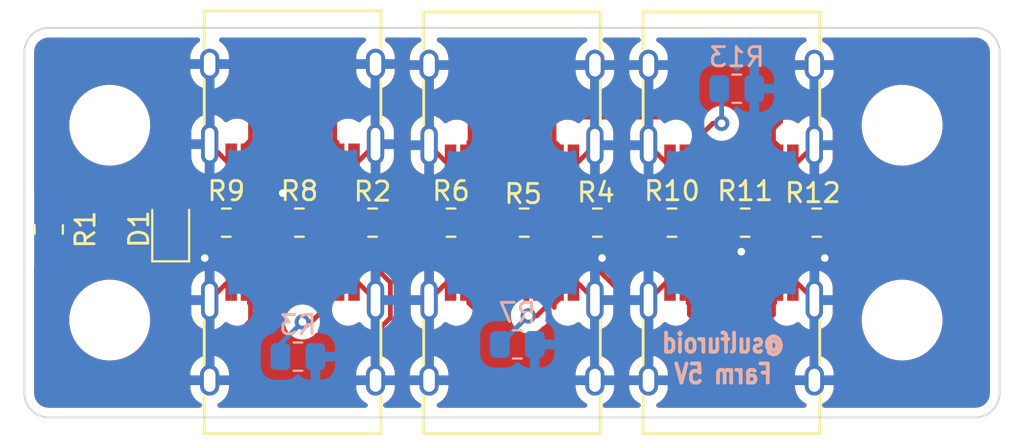
<source format=kicad_pcb>
(kicad_pcb (version 20211014) (generator pcbnew)
  (layers (0 "F.Cu" signal) (31 "B.Cu" signal) (34 "B.Paste" user) (35 "F.Paste" user) (36 "B.SilkS" user "B.Silkscreen") (37 "F.SilkS" user "F.Silkscreen") (38 "B.Mask" user) (39 "F.Mask" user) (44 "Edge.Cuts" user))
  (net 0 "")
  (net 1 "GND")
  (net 2 "+5V")
  (net 27 "Net-(D1-Pad2)")
  (net 28 "Net-(P1-PadA5)")
  (net 29 "Net-(P1-PadB5)")
  (net 30 "Net-(P5-PadA5)")
  (net 31 "Net-(P5-PadB5)")
  (net 32 "Net-(P2-PadA5)")
  (net 33 "Net-(P2-PadB5)")
  (net 34 "Net-(P6-PadA5)")
  (net 35 "Net-(P6-PadB5)")
  (net 36 "Net-(P3-PadA5)")
  (net 37 "Net-(P3-PadB5)")
  (net 38 "Net-(P4-PadA5)")
  (net 39 "Net-(P4-PadB5)")
  (footprint "Resistor_SMD:R_0805_2012Metric" (layer "F.Cu") (at 112.475 90.17)
    (fp_text reference "R11" (at 0 -1.65) (layer "F.SilkS"))
    (fp_text value "5.1k")
    (fp_line (start -0.227064 0.735) (end 0.227064 0.735) (layer "F.SilkS") (width 0.12))
    (fp_line (start -0.227064 -0.735) (end 0.227064 -0.735) (layer "F.SilkS") (width 0.12))
    (pad "1" smd roundrect (at -0.9125 0) (size 1.025 1.4) (layers "F.Cu" "F.Paste" "F.Mask") (roundrect_rratio 0.243902439) (net 1 "GND"))
    (pad "2" smd roundrect (at 0.9125 0) (size 1.025 1.4) (layers "F.Cu" "F.Paste" "F.Mask") (roundrect_rratio 0.243902439) (net 37 "Net-(P3-PadB5)"))
  )
  (footprint "MountingHole:MountingHole_3.2mm_M3" (layer "F.Cu") (at 120.65 85.09)
    (fp_text reference "H2" hide)
    (fp_text value "MountingHole")
    (pad "" np_thru_hole circle (at 0 0) (size 3.2 3.2) (drill 3.2) (layers *.Cu *.Mask))
  )
  (footprint "18650:GT-USB-7010" (layer "F.Cu") (at 100.33 96.52)
    (fp_text reference "P2" hide)
    (fp_text value "USB_C_Receptacle" hide)
    (fp_line (start 4.6 4.65) (end 4.6 2.7) (layer "F.SilkS") (width 0.15))
    (fp_line (start -4.6 4.65) (end -4.6 2.7) (layer "F.SilkS") (width 0.15))
    (fp_line (start -4.6 1.05) (end -4.6 -1.25) (layer "F.SilkS") (width 0.15))
    (fp_line (start 4.6 1.05) (end 4.6 -1.25) (layer "F.SilkS") (width 0.15))
    (fp_line (start 4.6 4.65) (end -4.6 4.65) (layer "F.SilkS") (width 0.15))
    (pad "" np_thru_hole circle (at -2.89 -1.81) (size 0.65 0.65) (drill 0.65) (layers *.Cu *.Mask))
    (pad "" np_thru_hole circle (at 2.89 -1.81) (size 0.65 0.65) (drill 0.65) (layers *.Cu *.Mask))
    (pad "A1" smd rect (at -3.35 -3.15) (size 0.3 1.75) (layers "F.Cu" "F.Paste" "F.Mask") (net 1 "GND"))
    (pad "A4" smd rect (at -2.55 -3.15) (size 0.3 1.75) (layers "F.Cu" "F.Paste" "F.Mask") (net 2 "+5V"))
    (pad "A5" smd rect (at -1.25 -3.15) (size 0.3 1.75) (layers "F.Cu" "F.Paste" "F.Mask") (net 32 "Net-(P2-PadA5)"))
    (pad "A6" smd rect (at -0.25 -3.15) (size 0.3 1.75) (layers "F.Cu" "F.Paste" "F.Mask"))
    (pad "A7" smd rect (at 0.25 -3.15) (size 0.3 1.75) (layers "F.Cu" "F.Paste" "F.Mask"))
    (pad "A8" smd rect (at 1.25 -3.15) (size 0.3 1.75) (layers "F.Cu" "F.Paste" "F.Mask"))
    (pad "A9" smd rect (at 2.55 -3.15) (size 0.3 1.75) (layers "F.Cu" "F.Paste" "F.Mask") (net 2 "+5V"))
    (pad "A12" smd rect (at 3.35 -3.15) (size 0.3 1.75) (layers "F.Cu" "F.Paste" "F.Mask") (net 1 "GND"))
    (pad "B1" smd rect (at 3.05 -3.15) (size 0.3 1.75) (layers "F.Cu" "F.Paste" "F.Mask") (net 1 "GND"))
    (pad "B4" smd rect (at 2.25 -3.15) (size 0.3 1.75) (layers "F.Cu" "F.Paste" "F.Mask") (net 2 "+5V"))
    (pad "B5" smd rect (at 1.75 -3.15) (size 0.3 1.75) (layers "F.Cu" "F.Paste" "F.Mask") (net 33 "Net-(P2-PadB5)"))
    (pad "B6" smd rect (at 0.75 -3.15) (size 0.3 1.75) (layers "F.Cu" "F.Paste" "F.Mask"))
    (pad "B7" smd rect (at -0.75 -3.15) (size 0.3 1.75) (layers "F.Cu" "F.Paste" "F.Mask"))
    (pad "B8" smd rect (at -1.75 -3.15) (size 0.3 1.75) (layers "F.Cu" "F.Paste" "F.Mask"))
    (pad "B9" smd rect (at -2.25 -3.15) (size 0.3 1.75) (layers "F.Cu" "F.Paste" "F.Mask") (net 2 "+5V"))
    (pad "B12" smd rect (at -3.05 -3.15) (size 0.3 1.75) (layers "F.Cu" "F.Paste" "F.Mask") (net 1 "GND"))
    (pad "S1" thru_hole oval (at -4.32 1.87) (size 1 1.6) (drill oval 0.6 1.2) (layers *.Cu *.Mask) (net 1 "GND"))
    (pad "S1" thru_hole oval (at 4.32 -2.31) (size 0.9 2.1) (drill oval 0.5 1.7) (layers *.Cu *.Mask) (net 1 "GND"))
    (pad "S1" thru_hole oval (at -4.32 -2.31) (size 0.9 2.1) (drill oval 0.5 1.7) (layers *.Cu *.Mask) (net 1 "GND"))
    (pad "S1" thru_hole oval (at 4.32 1.87) (size 1 1.6) (drill oval 0.6 1.2) (layers *.Cu *.Mask) (net 1 "GND"))
  )
  (footprint "Resistor_SMD:R_0805_2012Metric" (layer "F.Cu") (at 108.665 90.17)
    (fp_text reference "R10" (at 0 -1.65) (layer "F.SilkS"))
    (fp_text value "5.1k")
    (fp_line (start -0.227064 -0.735) (end 0.227064 -0.735) (layer "F.SilkS") (width 0.12))
    (fp_line (start -0.227064 0.735) (end 0.227064 0.735) (layer "F.SilkS") (width 0.12))
    (pad "1" smd roundrect (at -0.9125 0) (size 1.025 1.4) (layers "F.Cu" "F.Paste" "F.Mask") (roundrect_rratio 0.243902439) (net 1 "GND"))
    (pad "2" smd roundrect (at 0.9125 0) (size 1.025 1.4) (layers "F.Cu" "F.Paste" "F.Mask") (roundrect_rratio 0.243902439) (net 36 "Net-(P3-PadA5)"))
  )
  (footprint "Resistor_SMD:R_0805_2012Metric" (layer "F.Cu") (at 93.0675 90.17 180)
    (fp_text reference "R2" (at 0.0019 1.6256) (layer "F.SilkS"))
    (fp_text value "5.1k")
    (fp_line (start -0.227064 0.735) (end 0.227064 0.735) (layer "F.SilkS") (width 0.12))
    (fp_line (start -0.227064 -0.735) (end 0.227064 -0.735) (layer "F.SilkS") (width 0.12))
    (pad "1" smd roundrect (at -0.9125 0 180) (size 1.025 1.4) (layers "F.Cu" "F.Paste" "F.Mask") (roundrect_rratio 0.243902439) (net 1 "GND"))
    (pad "2" smd roundrect (at 0.9125 0 180) (size 1.025 1.4) (layers "F.Cu" "F.Paste" "F.Mask") (roundrect_rratio 0.243902439) (net 28 "Net-(P1-PadA5)"))
  )
  (footprint "18650:GT-USB-7010" (layer "F.Cu") (at 88.9 83.7692 180)
    (fp_text reference "P6" hide)
    (fp_text value "USB_C_Receptacle" hide)
    (fp_line (start 4.6 4.65) (end -4.6 4.65) (layer "F.SilkS") (width 0.15))
    (fp_line (start -4.6 4.65) (end -4.6 2.7) (layer "F.SilkS") (width 0.15))
    (fp_line (start 4.6 1.05) (end 4.6 -1.25) (layer "F.SilkS") (width 0.15))
    (fp_line (start 4.6 4.65) (end 4.6 2.7) (layer "F.SilkS") (width 0.15))
    (fp_line (start -4.6 1.05) (end -4.6 -1.25) (layer "F.SilkS") (width 0.15))
    (pad "" np_thru_hole circle (at -2.89 -1.81 180) (size 0.65 0.65) (drill 0.65) (layers *.Cu *.Mask))
    (pad "" np_thru_hole circle (at 2.89 -1.81 180) (size 0.65 0.65) (drill 0.65) (layers *.Cu *.Mask))
    (pad "A1" smd rect (at -3.35 -3.15 180) (size 0.3 1.75) (layers "F.Cu" "F.Paste" "F.Mask") (net 1 "GND"))
    (pad "A4" smd rect (at -2.55 -3.15 180) (size 0.3 1.75) (layers "F.Cu" "F.Paste" "F.Mask") (net 2 "+5V"))
    (pad "A5" smd rect (at -1.25 -3.15 180) (size 0.3 1.75) (layers "F.Cu" "F.Paste" "F.Mask") (net 34 "Net-(P6-PadA5)"))
    (pad "A6" smd rect (at -0.25 -3.15 180) (size 0.3 1.75) (layers "F.Cu" "F.Paste" "F.Mask"))
    (pad "A7" smd rect (at 0.25 -3.15 180) (size 0.3 1.75) (layers "F.Cu" "F.Paste" "F.Mask"))
    (pad "A8" smd rect (at 1.25 -3.15 180) (size 0.3 1.75) (layers "F.Cu" "F.Paste" "F.Mask"))
    (pad "A9" smd rect (at 2.55 -3.15 180) (size 0.3 1.75) (layers "F.Cu" "F.Paste" "F.Mask") (net 2 "+5V"))
    (pad "A12" smd rect (at 3.35 -3.15 180) (size 0.3 1.75) (layers "F.Cu" "F.Paste" "F.Mask") (net 1 "GND"))
    (pad "B1" smd rect (at 3.05 -3.15 180) (size 0.3 1.75) (layers "F.Cu" "F.Paste" "F.Mask") (net 1 "GND"))
    (pad "B4" smd rect (at 2.25 -3.15 180) (size 0.3 1.75) (layers "F.Cu" "F.Paste" "F.Mask") (net 2 "+5V"))
    (pad "B5" smd rect (at 1.75 -3.15 180) (size 0.3 1.75) (layers "F.Cu" "F.Paste" "F.Mask") (net 35 "Net-(P6-PadB5)"))
    (pad "B6" smd rect (at 0.75 -3.15 180) (size 0.3 1.75) (layers "F.Cu" "F.Paste" "F.Mask"))
    (pad "B7" smd rect (at -0.75 -3.15 180) (size 0.3 1.75) (layers "F.Cu" "F.Paste" "F.Mask"))
    (pad "B8" smd rect (at -1.75 -3.15 180) (size 0.3 1.75) (layers "F.Cu" "F.Paste" "F.Mask"))
    (pad "B9" smd rect (at -2.25 -3.15 180) (size 0.3 1.75) (layers "F.Cu" "F.Paste" "F.Mask") (net 2 "+5V"))
    (pad "B12" smd rect (at -3.05 -3.15 180) (size 0.3 1.75) (layers "F.Cu" "F.Paste" "F.Mask") (net 1 "GND"))
    (pad "S1" thru_hole oval (at -4.32 1.87 180) (size 1 1.6) (drill oval 0.6 1.2) (layers *.Cu *.Mask) (net 1 "GND"))
    (pad "S1" thru_hole oval (at 4.32 1.87 180) (size 1 1.6) (drill oval 0.6 1.2) (layers *.Cu *.Mask) (net 1 "GND"))
    (pad "S1" thru_hole oval (at 4.32 -2.31 180) (size 0.9 2.1) (drill oval 0.5 1.7) (layers *.Cu *.Mask) (net 1 "GND"))
    (pad "S1" thru_hole oval (at -4.32 -2.31 180) (size 0.9 2.1) (drill oval 0.5 1.7) (layers *.Cu *.Mask) (net 1 "GND"))
  )
  (footprint "Resistor_SMD:R_0805_2012Metric" (layer "F.Cu") (at 85.4475 90.17)
    (fp_text reference "R9" (at 0 -1.65) (layer "F.SilkS"))
    (fp_text value "5.1k")
    (fp_line (start -0.227064 0.735) (end 0.227064 0.735) (layer "F.SilkS") (width 0.12))
    (fp_line (start -0.227064 -0.735) (end 0.227064 -0.735) (layer "F.SilkS") (width 0.12))
    (pad "1" smd roundrect (at -0.9125 0) (size 1.025 1.4) (layers "F.Cu" "F.Paste" "F.Mask") (roundrect_rratio 0.243902439) (net 1 "GND"))
    (pad "2" smd roundrect (at 0.9125 0) (size 1.025 1.4) (layers "F.Cu" "F.Paste" "F.Mask") (roundrect_rratio 0.243902439) (net 35 "Net-(P6-PadB5)"))
  )
  (footprint "18650:GT-USB-7010" (layer "F.Cu") (at 100.33 83.82 180)
    (fp_text reference "P5" hide)
    (fp_text value "USB_C_Receptacle" hide)
    (fp_line (start 4.6 1.05) (end 4.6 -1.25) (layer "F.SilkS") (width 0.15))
    (fp_line (start 4.6 4.65) (end -4.6 4.65) (layer "F.SilkS") (width 0.15))
    (fp_line (start 4.6 4.65) (end 4.6 2.7) (layer "F.SilkS") (width 0.15))
    (fp_line (start -4.6 1.05) (end -4.6 -1.25) (layer "F.SilkS") (width 0.15))
    (fp_line (start -4.6 4.65) (end -4.6 2.7) (layer "F.SilkS") (width 0.15))
    (pad "" np_thru_hole circle (at 2.89 -1.81 180) (size 0.65 0.65) (drill 0.65) (layers *.Cu *.Mask))
    (pad "" np_thru_hole circle (at -2.89 -1.81 180) (size 0.65 0.65) (drill 0.65) (layers *.Cu *.Mask))
    (pad "A1" smd rect (at -3.35 -3.15 180) (size 0.3 1.75) (layers "F.Cu" "F.Paste" "F.Mask") (net 1 "GND"))
    (pad "A4" smd rect (at -2.55 -3.15 180) (size 0.3 1.75) (layers "F.Cu" "F.Paste" "F.Mask") (net 2 "+5V"))
    (pad "A5" smd rect (at -1.25 -3.15 180) (size 0.3 1.75) (layers "F.Cu" "F.Paste" "F.Mask") (net 30 "Net-(P5-PadA5)"))
    (pad "A6" smd rect (at -0.25 -3.15 180) (size 0.3 1.75) (layers "F.Cu" "F.Paste" "F.Mask"))
    (pad "A7" smd rect (at 0.25 -3.15 180) (size 0.3 1.75) (layers "F.Cu" "F.Paste" "F.Mask"))
    (pad "A8" smd rect (at 1.25 -3.15 180) (size 0.3 1.75) (layers "F.Cu" "F.Paste" "F.Mask"))
    (pad "A9" smd rect (at 2.55 -3.15 180) (size 0.3 1.75) (layers "F.Cu" "F.Paste" "F.Mask") (net 2 "+5V"))
    (pad "A12" smd rect (at 3.35 -3.15 180) (size 0.3 1.75) (layers "F.Cu" "F.Paste" "F.Mask") (net 1 "GND"))
    (pad "B1" smd rect (at 3.05 -3.15 180) (size 0.3 1.75) (layers "F.Cu" "F.Paste" "F.Mask") (net 1 "GND"))
    (pad "B4" smd rect (at 2.25 -3.15 180) (size 0.3 1.75) (layers "F.Cu" "F.Paste" "F.Mask") (net 2 "+5V"))
    (pad "B5" smd rect (at 1.75 -3.15 180) (size 0.3 1.75) (layers "F.Cu" "F.Paste" "F.Mask") (net 31 "Net-(P5-PadB5)"))
    (pad "B6" smd rect (at 0.75 -3.15 180) (size 0.3 1.75) (layers "F.Cu" "F.Paste" "F.Mask"))
    (pad "B7" smd rect (at -0.75 -3.15 180) (size 0.3 1.75) (layers "F.Cu" "F.Paste" "F.Mask"))
    (pad "B8" smd rect (at -1.75 -3.15 180) (size 0.3 1.75) (layers "F.Cu" "F.Paste" "F.Mask"))
    (pad "B9" smd rect (at -2.25 -3.15 180) (size 0.3 1.75) (layers "F.Cu" "F.Paste" "F.Mask") (net 2 "+5V"))
    (pad "B12" smd rect (at -3.05 -3.15 180) (size 0.3 1.75) (layers "F.Cu" "F.Paste" "F.Mask") (net 1 "GND"))
    (pad "S1" thru_hole oval (at 4.32 -2.31 180) (size 0.9 2.1) (drill oval 0.5 1.7) (layers *.Cu *.Mask) (net 1 "GND"))
    (pad "S1" thru_hole oval (at -4.32 1.87 180) (size 1 1.6) (drill oval 0.6 1.2) (layers *.Cu *.Mask) (net 1 "GND"))
    (pad "S1" thru_hole oval (at -4.32 -2.31 180) (size 0.9 2.1) (drill oval 0.5 1.7) (layers *.Cu *.Mask) (net 1 "GND"))
    (pad "S1" thru_hole oval (at 4.32 1.87 180) (size 1 1.6) (drill oval 0.6 1.2) (layers *.Cu *.Mask) (net 1 "GND"))
  )
  (footprint "18650:GT-USB-7010" (layer "F.Cu") (at 88.9 96.52)
    (fp_text reference "P1" hide)
    (fp_text value "USB_C_Receptacle" hide)
    (fp_line (start -4.6 4.65) (end -4.6 2.7) (layer "F.SilkS") (width 0.15))
    (fp_line (start 4.6 1.05) (end 4.6 -1.25) (layer "F.SilkS") (width 0.15))
    (fp_line (start -4.6 1.05) (end -4.6 -1.25) (layer "F.SilkS") (width 0.15))
    (fp_line (start 4.6 4.65) (end -4.6 4.65) (layer "F.SilkS") (width 0.15))
    (fp_line (start 4.6 4.65) (end 4.6 2.7) (layer "F.SilkS") (width 0.15))
    (pad "" np_thru_hole circle (at -2.89 -1.81) (size 0.65 0.65) (drill 0.65) (layers *.Cu *.Mask))
    (pad "" np_thru_hole circle (at 2.89 -1.81) (size 0.65 0.65) (drill 0.65) (layers *.Cu *.Mask))
    (pad "A1" smd rect (at -3.35 -3.15) (size 0.3 1.75) (layers "F.Cu" "F.Paste" "F.Mask") (net 1 "GND"))
    (pad "A4" smd rect (at -2.55 -3.15) (size 0.3 1.75) (layers "F.Cu" "F.Paste" "F.Mask") (net 2 "+5V"))
    (pad "A5" smd rect (at -1.25 -3.15) (size 0.3 1.75) (layers "F.Cu" "F.Paste" "F.Mask") (net 28 "Net-(P1-PadA5)"))
    (pad "A6" smd rect (at -0.25 -3.15) (size 0.3 1.75) (layers "F.Cu" "F.Paste" "F.Mask"))
    (pad "A7" smd rect (at 0.25 -3.15) (size 0.3 1.75) (layers "F.Cu" "F.Paste" "F.Mask"))
    (pad "A8" smd rect (at 1.25 -3.15) (size 0.3 1.75) (layers "F.Cu" "F.Paste" "F.Mask"))
    (pad "A9" smd rect (at 2.55 -3.15) (size 0.3 1.75) (layers "F.Cu" "F.Paste" "F.Mask") (net 2 "+5V"))
    (pad "A12" smd rect (at 3.35 -3.15) (size 0.3 1.75) (layers "F.Cu" "F.Paste" "F.Mask") (net 1 "GND"))
    (pad "B1" smd rect (at 3.05 -3.15) (size 0.3 1.75) (layers "F.Cu" "F.Paste" "F.Mask") (net 1 "GND"))
    (pad "B4" smd rect (at 2.25 -3.15) (size 0.3 1.75) (layers "F.Cu" "F.Paste" "F.Mask") (net 2 "+5V"))
    (pad "B5" smd rect (at 1.75 -3.15) (size 0.3 1.75) (layers "F.Cu" "F.Paste" "F.Mask") (net 29 "Net-(P1-PadB5)"))
    (pad "B6" smd rect (at 0.75 -3.15) (size 0.3 1.75) (layers "F.Cu" "F.Paste" "F.Mask"))
    (pad "B7" smd rect (at -0.75 -3.15) (size 0.3 1.75) (layers "F.Cu" "F.Paste" "F.Mask"))
    (pad "B8" smd rect (at -1.75 -3.15) (size 0.3 1.75) (layers "F.Cu" "F.Paste" "F.Mask"))
    (pad "B9" smd rect (at -2.25 -3.15) (size 0.3 1.75) (layers "F.Cu" "F.Paste" "F.Mask") (net 2 "+5V"))
    (pad "B12" smd rect (at -3.05 -3.15) (size 0.3 1.75) (layers "F.Cu" "F.Paste" "F.Mask") (net 1 "GND"))
    (pad "S1" thru_hole oval (at 4.32 -2.31) (size 0.9 2.1) (drill oval 0.5 1.7) (layers *.Cu *.Mask) (net 1 "GND"))
    (pad "S1" thru_hole oval (at 4.32 1.87) (size 1 1.6) (drill oval 0.6 1.2) (layers *.Cu *.Mask) (net 1 "GND"))
    (pad "S1" thru_hole oval (at -4.32 -2.31) (size 0.9 2.1) (drill oval 0.5 1.7) (layers *.Cu *.Mask) (net 1 "GND"))
    (pad "S1" thru_hole oval (at -4.32 1.87) (size 1 1.6) (drill oval 0.6 1.2) (layers *.Cu *.Mask) (net 1 "GND"))
  )
  (footprint "18650:GT-USB-7010" (layer "F.Cu") (at 111.76 96.52)
    (fp_text reference "P3" hide)
    (fp_text value "USB_C_Receptacle" hide)
    (fp_line (start -4.6 4.65) (end -4.6 2.7) (layer "F.SilkS") (width 0.15))
    (fp_line (start 4.6 4.65) (end -4.6 4.65) (layer "F.SilkS") (width 0.15))
    (fp_line (start 4.6 4.65) (end 4.6 2.7) (layer "F.SilkS") (width 0.15))
    (fp_line (start 4.6 1.05) (end 4.6 -1.25) (layer "F.SilkS") (width 0.15))
    (fp_line (start -4.6 1.05) (end -4.6 -1.25) (layer "F.SilkS") (width 0.15))
    (pad "" np_thru_hole circle (at -2.89 -1.81) (size 0.65 0.65) (drill 0.65) (layers *.Cu *.Mask))
    (pad "" np_thru_hole circle (at 2.89 -1.81) (size 0.65 0.65) (drill 0.65) (layers *.Cu *.Mask))
    (pad "A1" smd rect (at -3.35 -3.15) (size 0.3 1.75) (layers "F.Cu" "F.Paste" "F.Mask") (net 1 "GND"))
    (pad "A4" smd rect (at -2.55 -3.15) (size 0.3 1.75) (layers "F.Cu" "F.Paste" "F.Mask") (net 2 "+5V"))
    (pad "A5" smd rect (at -1.25 -3.15) (size 0.3 1.75) (layers "F.Cu" "F.Paste" "F.Mask") (net 36 "Net-(P3-PadA5)"))
    (pad "A6" smd rect (at -0.25 -3.15) (size 0.3 1.75) (layers "F.Cu" "F.Paste" "F.Mask"))
    (pad "A7" smd rect (at 0.25 -3.15) (size 0.3 1.75) (layers "F.Cu" "F.Paste" "F.Mask"))
    (pad "A8" smd rect (at 1.25 -3.15) (size 0.3 1.75) (layers "F.Cu" "F.Paste" "F.Mask"))
    (pad "A9" smd rect (at 2.55 -3.15) (size 0.3 1.75) (layers "F.Cu" "F.Paste" "F.Mask") (net 2 "+5V"))
    (pad "A12" smd rect (at 3.35 -3.15) (size 0.3 1.75) (layers "F.Cu" "F.Paste" "F.Mask") (net 1 "GND"))
    (pad "B1" smd rect (at 3.05 -3.15) (size 0.3 1.75) (layers "F.Cu" "F.Paste" "F.Mask") (net 1 "GND"))
    (pad "B4" smd rect (at 2.25 -3.15) (size 0.3 1.75) (layers "F.Cu" "F.Paste" "F.Mask") (net 2 "+5V"))
    (pad "B5" smd rect (at 1.75 -3.15) (size 0.3 1.75) (layers "F.Cu" "F.Paste" "F.Mask") (net 37 "Net-(P3-PadB5)"))
    (pad "B6" smd rect (at 0.75 -3.15) (size 0.3 1.75) (layers "F.Cu" "F.Paste" "F.Mask"))
    (pad "B7" smd rect (at -0.75 -3.15) (size 0.3 1.75) (layers "F.Cu" "F.Paste" "F.Mask"))
    (pad "B8" smd rect (at -1.75 -3.15) (size 0.3 1.75) (layers "F.Cu" "F.Paste" "F.Mask"))
    (pad "B9" smd rect (at -2.25 -3.15) (size 0.3 1.75) (layers "F.Cu" "F.Paste" "F.Mask") (net 2 "+5V"))
    (pad "B12" smd rect (at -3.05 -3.15) (size 0.3 1.75) (layers "F.Cu" "F.Paste" "F.Mask") (net 1 "GND"))
    (pad "S1" thru_hole oval (at -4.32 -2.31) (size 0.9 2.1) (drill oval 0.5 1.7) (layers *.Cu *.Mask) (net 1 "GND"))
    (pad "S1" thru_hole oval (at 4.32 -2.31) (size 0.9 2.1) (drill oval 0.5 1.7) (layers *.Cu *.Mask) (net 1 "GND"))
    (pad "S1" thru_hole oval (at -4.32 1.87) (size 1 1.6) (drill oval 0.6 1.2) (layers *.Cu *.Mask) (net 1 "GND"))
    (pad "S1" thru_hole oval (at 4.32 1.87) (size 1 1.6) (drill oval 0.6 1.2) (layers *.Cu *.Mask) (net 1 "GND"))
  )
  (footprint "MountingHole:MountingHole_3.2mm_M3" (layer "F.Cu") (at 79.375 85.09)
    (fp_text reference "H1" hide)
    (fp_text value "MountingHole")
    (pad "" np_thru_hole circle (at 0 0) (size 3.2 3.2) (drill 3.2) (layers *.Cu *.Mask))
  )
  (footprint "Resistor_SMD:R_0805_2012Metric" (layer "F.Cu") (at 76.2 90.5275 90)
    (fp_text reference "R1" (at 0 1.905 90) (layer "F.SilkS"))
    (fp_text value "1k")
    (fp_line (start -0.227064 0.735) (end 0.227064 0.735) (layer "F.SilkS") (width 0.12))
    (fp_line (start -0.227064 -0.735) (end 0.227064 -0.735) (layer "F.SilkS") (width 0.12))
    (pad "1" smd roundrect (at -0.9125 0 90) (size 1.025 1.4) (layers "F.Cu" "F.Paste" "F.Mask") (roundrect_rratio 0.243902439) (net 2 "+5V"))
    (pad "2" smd roundrect (at 0.9125 0 90) (size 1.025 1.4) (layers "F.Cu" "F.Paste" "F.Mask") (roundrect_rratio 0.243902439) (net 27 "Net-(D1-Pad2)"))
  )
  (footprint "LED_SMD:LED_0805_2012Metric" (layer "F.Cu") (at 82.55 90.5025 90)
    (fp_text reference "D1" (at 0 -1.65 90) (layer "F.SilkS"))
    (fp_text value "PWRON")
    (fp_line (start -1.685 -0.96) (end -1.685 0.96) (layer "F.SilkS") (width 0.12))
    (fp_line (start -1.685 0.96) (end 1 0.96) (layer "F.SilkS") (width 0.12))
    (fp_line (start 1 -0.96) (end -1.685 -0.96) (layer "F.SilkS") (width 0.12))
    (pad "1" smd roundrect (at -0.9375 0 90) (size 0.975 1.4) (layers "F.Cu" "F.Paste" "F.Mask") (net 1 "GND"))
    (pad "2" smd roundrect (at 0.9375 0 90) (size 0.975 1.4) (layers "F.Cu" "F.Paste" "F.Mask") (net 27 "Net-(D1-Pad2)"))
  )
  (footprint "Resistor_SMD:R_0805_2012Metric" (layer "F.Cu") (at 97.155 90.17)
    (fp_text reference "R6" (at 0 -1.65) (layer "F.SilkS"))
    (fp_text value "5.1k")
    (fp_line (start -0.227064 -0.735) (end 0.227064 -0.735) (layer "F.SilkS") (width 0.12))
    (fp_line (start -0.227064 0.735) (end 0.227064 0.735) (layer "F.SilkS") (width 0.12))
    (pad "1" smd roundrect (at -0.9125 0) (size 1.025 1.4) (layers "F.Cu" "F.Paste" "F.Mask") (roundrect_rratio 0.243902439) (net 1 "GND"))
    (pad "2" smd roundrect (at 0.9125 0) (size 1.025 1.4) (layers "F.Cu" "F.Paste" "F.Mask") (roundrect_rratio 0.243902439) (net 32 "Net-(P2-PadA5)"))
  )
  (footprint "MountingHole:MountingHole_3.2mm_M3" (layer "F.Cu") (at 120.65 95.25)
    (fp_text reference "H3" hide)
    (fp_text value "MountingHole")
    (pad "" np_thru_hole circle (at 0 0) (size 3.2 3.2) (drill 3.2) (layers *.Cu *.Mask))
  )
  (footprint "Resistor_SMD:R_0805_2012Metric" (layer "F.Cu") (at 89.2575 90.17)
    (fp_text reference "R8" (at 0 -1.65) (layer "F.SilkS"))
    (fp_text value "5.1k")
    (fp_line (start -0.227064 0.735) (end 0.227064 0.735) (layer "F.SilkS") (width 0.12))
    (fp_line (start -0.227064 -0.735) (end 0.227064 -0.735) (layer "F.SilkS") (width 0.12))
    (pad "1" smd roundrect (at -0.9125 0) (size 1.025 1.4) (layers "F.Cu" "F.Paste" "F.Mask") (roundrect_rratio 0.243902439) (net 1 "GND"))
    (pad "2" smd roundrect (at 0.9125 0) (size 1.025 1.4) (layers "F.Cu" "F.Paste" "F.Mask") (roundrect_rratio 0.243902439) (net 34 "Net-(P6-PadA5)"))
  )
  (footprint "Resistor_SMD:R_0805_2012Metric" (layer "F.Cu") (at 116.205 90.17 180)
    (fp_text reference "R12" (at 0.2032 1.5494) (layer "F.SilkS"))
    (fp_text value "5.1k")
    (fp_line (start -0.227064 0.735) (end 0.227064 0.735) (layer "F.SilkS") (width 0.12))
    (fp_line (start -0.227064 -0.735) (end 0.227064 -0.735) (layer "F.SilkS") (width 0.12))
    (pad "1" smd roundrect (at -0.9125 0 180) (size 1.025 1.4) (layers "F.Cu" "F.Paste" "F.Mask") (roundrect_rratio 0.243902439) (net 1 "GND"))
    (pad "2" smd roundrect (at 0.9125 0 180) (size 1.025 1.4) (layers "F.Cu" "F.Paste" "F.Mask") (roundrect_rratio 0.243902439) (net 38 "Net-(P4-PadA5)"))
  )
  (footprint "MountingHole:MountingHole_3.2mm_M3" (layer "F.Cu") (at 79.375 95.25)
    (fp_text reference "H4" hide)
    (fp_text value "MountingHole")
    (pad "" np_thru_hole circle (at 0 0) (size 3.2 3.2) (drill 3.2) (layers *.Cu *.Mask))
  )
  (footprint "Resistor_SMD:R_0805_2012Metric" (layer "F.Cu") (at 104.775 90.17 180)
    (fp_text reference "R4" (at 0.0762 1.5748) (layer "F.SilkS"))
    (fp_text value "5.1k")
    (fp_line (start -0.227064 0.735) (end 0.227064 0.735) (layer "F.SilkS") (width 0.12))
    (fp_line (start -0.227064 -0.735) (end 0.227064 -0.735) (layer "F.SilkS") (width 0.12))
    (pad "1" smd roundrect (at -0.9125 0 180) (size 1.025 1.4) (layers "F.Cu" "F.Paste" "F.Mask") (roundrect_rratio 0.243902439) (net 1 "GND"))
    (pad "2" smd roundrect (at 0.9125 0 180) (size 1.025 1.4) (layers "F.Cu" "F.Paste" "F.Mask") (roundrect_rratio 0.243902439) (net 30 "Net-(P5-PadA5)"))
  )
  (footprint "18650:GT-USB-7010" (layer "F.Cu") (at 111.76 83.82 180)
    (fp_text reference "P4" hide)
    (fp_text value "USB_C_Receptacle" hide)
    (fp_line (start 4.6 1.05) (end 4.6 -1.25) (layer "F.SilkS") (width 0.15))
    (fp_line (start -4.6 4.65) (end -4.6 2.7) (layer "F.SilkS") (width 0.15))
    (fp_line (start 4.6 4.65) (end 4.6 2.7) (layer "F.SilkS") (width 0.15))
    (fp_line (start -4.6 1.05) (end -4.6 -1.25) (layer "F.SilkS") (width 0.15))
    (fp_line (start 4.6 4.65) (end -4.6 4.65) (layer "F.SilkS") (width 0.15))
    (pad "" np_thru_hole circle (at 2.89 -1.81 180) (size 0.65 0.65) (drill 0.65) (layers *.Cu *.Mask))
    (pad "" np_thru_hole circle (at -2.89 -1.81 180) (size 0.65 0.65) (drill 0.65) (layers *.Cu *.Mask))
    (pad "A1" smd rect (at -3.35 -3.15 180) (size 0.3 1.75) (layers "F.Cu" "F.Paste" "F.Mask") (net 1 "GND"))
    (pad "A4" smd rect (at -2.55 -3.15 180) (size 0.3 1.75) (layers "F.Cu" "F.Paste" "F.Mask") (net 2 "+5V"))
    (pad "A5" smd rect (at -1.25 -3.15 180) (size 0.3 1.75) (layers "F.Cu" "F.Paste" "F.Mask") (net 38 "Net-(P4-PadA5)"))
    (pad "A6" smd rect (at -0.25 -3.15 180) (size 0.3 1.75) (layers "F.Cu" "F.Paste" "F.Mask"))
    (pad "A7" smd rect (at 0.25 -3.15 180) (size 0.3 1.75) (layers "F.Cu" "F.Paste" "F.Mask"))
    (pad "A8" smd rect (at 1.25 -3.15 180) (size 0.3 1.75) (layers "F.Cu" "F.Paste" "F.Mask"))
    (pad "A9" smd rect (at 2.55 -3.15 180) (size 0.3 1.75) (layers "F.Cu" "F.Paste" "F.Mask") (net 2 "+5V"))
    (pad "A12" smd rect (at 3.35 -3.15 180) (size 0.3 1.75) (layers "F.Cu" "F.Paste" "F.Mask") (net 1 "GND"))
    (pad "B1" smd rect (at 3.05 -3.15 180) (size 0.3 1.75) (layers "F.Cu" "F.Paste" "F.Mask") (net 1 "GND"))
    (pad "B4" smd rect (at 2.25 -3.15 180) (size 0.3 1.75) (layers "F.Cu" "F.Paste" "F.Mask") (net 2 "+5V"))
    (pad "B5" smd rect (at 1.75 -3.15 180) (size 0.3 1.75) (layers "F.Cu" "F.Paste" "F.Mask") (net 39 "Net-(P4-PadB5)"))
    (pad "B6" smd rect (at 0.75 -3.15 180) (size 0.3 1.75) (layers "F.Cu" "F.Paste" "F.Mask"))
    (pad "B7" smd rect (at -0.75 -3.15 180) (size 0.3 1.75) (layers "F.Cu" "F.Paste" "F.Mask"))
    (pad "B8" smd rect (at -1.75 -3.15 180) (size 0.3 1.75) (layers "F.Cu" "F.Paste" "F.Mask"))
    (pad "B9" smd rect (at -2.25 -3.15 180) (size 0.3 1.75) (layers "F.Cu" "F.Paste" "F.Mask") (net 2 "+5V"))
    (pad "B12" smd rect (at -3.05 -3.15 180) (size 0.3 1.75) (layers "F.Cu" "F.Paste" "F.Mask") (net 1 "GND"))
    (pad "S1" thru_hole oval (at -4.32 1.87 180) (size 1 1.6) (drill oval 0.6 1.2) (layers *.Cu *.Mask) (net 1 "GND"))
    (pad "S1" thru_hole oval (at 4.32 1.87 180) (size 1 1.6) (drill oval 0.6 1.2) (layers *.Cu *.Mask) (net 1 "GND"))
    (pad "S1" thru_hole oval (at 4.32 -2.31 180) (size 0.9 2.1) (drill oval 0.5 1.7) (layers *.Cu *.Mask) (net 1 "GND"))
    (pad "S1" thru_hole oval (at -4.32 -2.31 180) (size 0.9 2.1) (drill oval 0.5 1.7) (layers *.Cu *.Mask) (net 1 "GND"))
  )
  (footprint "Resistor_SMD:R_0805_2012Metric" (layer "F.Cu") (at 100.965 90.17 180)
    (fp_text reference "R5" (at 0.0508 1.4986) (layer "F.SilkS"))
    (fp_text value "5.1k")
    (fp_line (start -0.227064 0.735) (end 0.227064 0.735) (layer "F.SilkS") (width 0.12))
    (fp_line (start -0.227064 -0.735) (end 0.227064 -0.735) (layer "F.SilkS") (width 0.12))
    (pad "1" smd roundrect (at -0.9125 0 180) (size 1.025 1.4) (layers "F.Cu" "F.Paste" "F.Mask") (roundrect_rratio 0.243902439) (net 1 "GND"))
    (pad "2" smd roundrect (at 0.9125 0 180) (size 1.025 1.4) (layers "F.Cu" "F.Paste" "F.Mask") (roundrect_rratio 0.243902439) (net 31 "Net-(P5-PadB5)"))
  )
  (footprint "Resistor_SMD:R_0805_2012Metric" (layer "B.Cu") (at 112.0375 83.185 180)
    (fp_text reference "R13" (at 0 1.65) (layer "B.SilkS") (effects (justify mirror)))
    (fp_text value "5.1k")
    (fp_line (start -0.227064 -0.735) (end 0.227064 -0.735) (layer "B.SilkS") (width 0.12))
    (fp_line (start -0.227064 0.735) (end 0.227064 0.735) (layer "B.SilkS") (width 0.12))
    (pad "1" smd roundrect (at -0.9125 0 180) (size 1.025 1.4) (layers "B.Cu" "B.Paste" "B.Mask") (roundrect_rratio 0.243902439) (net 1 "GND"))
    (pad "2" smd roundrect (at 0.9125 0 180) (size 1.025 1.4) (layers "B.Cu" "B.Paste" "B.Mask") (roundrect_rratio 0.243902439) (net 39 "Net-(P4-PadB5)"))
  )
  (footprint "Resistor_SMD:R_0805_2012Metric" (layer "B.Cu") (at 100.6075 96.52 180)
    (fp_text reference "R7" (at 0 1.65) (layer "B.SilkS") (effects (justify mirror)))
    (fp_text value "5.1k")
    (fp_line (start -0.227064 -0.735) (end 0.227064 -0.735) (layer "B.SilkS") (width 0.12))
    (fp_line (start -0.227064 0.735) (end 0.227064 0.735) (layer "B.SilkS") (width 0.12))
    (pad "1" smd roundrect (at -0.9125 0 180) (size 1.025 1.4) (layers "B.Cu" "B.Paste" "B.Mask") (roundrect_rratio 0.243902439) (net 1 "GND"))
    (pad "2" smd roundrect (at 0.9125 0 180) (size 1.025 1.4) (layers "B.Cu" "B.Paste" "B.Mask") (roundrect_rratio 0.243902439) (net 33 "Net-(P2-PadB5)"))
  )
  (footprint "Resistor_SMD:R_0805_2012Metric" (layer "B.Cu") (at 89.1775 97.155 180)
    (fp_text reference "R3" (at 0 1.65) (layer "B.SilkS") (effects (justify mirror)))
    (fp_text value "5.1k")
    (fp_line (start -0.227064 0.735) (end 0.227064 0.735) (layer "B.SilkS") (width 0.12))
    (fp_line (start -0.227064 -0.735) (end 0.227064 -0.735) (layer "B.SilkS") (width 0.12))
    (pad "1" smd roundrect (at -0.9125 0 180) (size 1.025 1.4) (layers "B.Cu" "B.Paste" "B.Mask") (roundrect_rratio 0.243902439) (net 1 "GND"))
    (pad "2" smd roundrect (at 0.9125 0 180) (size 1.025 1.4) (layers "B.Cu" "B.Paste" "B.Mask") (roundrect_rratio 0.243902439) (net 29 "Net-(P1-PadB5)"))
  )
  (gr_line (start 124.46 100.33) (end 76.2 100.33) (layer "Edge.Cuts") (width 0.1))
  (gr_arc (start 125.73 99.06) (mid 125.358026 99.958026) (end 124.46 100.33) (layer "Edge.Cuts") (width 0.1))
  (gr_line (start 76.2 80.01) (end 124.46 80.01) (layer "Edge.Cuts") (width 0.1))
  (gr_line (start 74.93 81.28) (end 74.93 99.06) (layer "Edge.Cuts") (width 0.1))
  (gr_arc (start 74.93 81.28) (mid 75.301974 80.381974) (end 76.2 80.01) (layer "Edge.Cuts") (width 0.1))
  (gr_line (start 125.73 81.28) (end 125.73 99.06) (layer "Edge.Cuts") (width 0.1))
  (gr_arc (start 124.46 80.01) (mid 125.358026 80.381974) (end 125.73 81.28) (layer "Edge.Cuts") (width 0.1))
  (gr_arc (start 76.2 100.33) (mid 75.301974 99.958026) (end 74.93 99.06) (layer "Edge.Cuts") (width 0.1))
  (gr_text "@sulfuroid\nFarm 5V" (at 111.3282 97.2566) (layer "B.SilkS") (effects (font (size 1 0.8) (thickness 0.2)) (justify mirror)))
  (segment (start 96.2425 90.17) (end 93.98 90.17) (width 0.25) (layer "F.Cu") (net 1))
  (segment (start 101.8775 90.17) (end 102.9093 91.2018) (width 0.25) (layer "F.Cu") (net 1))
  (segment (start 103.81 93.37) (end 103.68 93.37) (width 0.25) (layer "F.Cu") (net 1))
  (segment (start 84.58 86.0792) (end 85.42 86.9192) (width 0.25) (layer "F.Cu") (net 1))
  (segment (start 103.68 86.97) (end 103.38 86.97) (width 0.25) (layer "F.Cu") (net 1))
  (segment (start 104.6557 91.6488) (end 104.6557 91.2018) (width 0.25) (layer "F.Cu") (net 1))
  (segment (start 108.28 86.97) (end 108.41 86.97) (width 0.25) (layer "F.Cu") (net 1))
  (segment (start 111.5625 90.973) (end 111.5625 90.17) (width 0.25) (layer "F.Cu") (net 1))
  (segment (start 103.81 86.97) (end 103.68 86.97) (width 0.25) (layer "F.Cu") (net 1))
  (segment (start 108.41 86.97) (end 108.71 86.97) (width 0.25) (layer "F.Cu") (net 1))
  (segment (start 84.3255 92.0155) (end 83.5075 91.1975) (width 0.25) (layer "F.Cu") (net 1))
  (segment (start 116.08 94.21) (end 115.24 93.37) (width 0.25) (layer "F.Cu") (net 1))
  (segment (start 92.25 86.9192) (end 91.95 86.9192) (width 0.25) (layer "F.Cu") (net 1))
  (segment (start 83.265 91.44) (end 82.55 91.44) (width 0.25) (layer "F.Cu") (net 1))
  (segment (start 117.1175 91.5201) (end 117.1175 90.17) (width 0.25) (layer "F.Cu") (net 1))
  (segment (start 93.22 86.0792) (end 92.38 86.9192) (width 0.25) (layer "F.Cu") (net 1))
  (segment (start 115.24 86.97) (end 115.11 86.97) (width 0.25) (layer "F.Cu") (net 1))
  (segment (start 84.58 94.21) (end 85.42 93.37) (width 0.25) (layer "F.Cu") (net 1))
  (segment (start 85.55 86.9192) (end 85.85 86.9192) (width 0.25) (layer "F.Cu") (net 1))
  (segment (start 83.5075 91.1975) (end 83.265 91.44) (width 0.25) (layer "F.Cu") (net 1))
  (segment (start 116.08 86.13) (end 115.24 86.97) (width 0.25) (layer "F.Cu") (net 1))
  (segment (start 88.3875 88.6316) (end 88.345 88.6741) (width 0.25) (layer "F.Cu") (net 1))
  (segment (start 96.98 86.97) (end 96.98 88.1703) (width 0.25) (layer "F.Cu") (net 1))
  (segment (start 85.42 86.9192) (end 85.55 86.9192) (width 0.25) (layer "F.Cu") (net 1))
  (segment (start 102.9093 91.2018) (end 104.6557 91.2018) (width 0.25) (layer "F.Cu") (net 1))
  (segment (start 115.11 93.37) (end 114.81 93.37) (width 0.25) (layer "F.Cu") (net 1))
  (segment (start 96.98 88.1703) (end 96.2425 88.9078) (width 0.25) (layer "F.Cu") (net 1))
  (segment (start 85.42 93.37) (end 85.55 93.37) (width 0.25) (layer "F.Cu") (net 1))
  (segment (start 108.28 93.37) (end 108.41 93.37) (width 0.25) (layer "F.Cu") (net 1))
  (segment (start 104.65 94.21) (end 103.81 93.37) (width 0.25) (layer "F.Cu") (net 1))
  (segment (start 115.24 93.37) (end 115.11 93.37) (width 0.25) (layer "F.Cu") (net 1))
  (segment (start 107.7525 90.17) (end 105.6875 90.17) (width 0.25) (layer "F.Cu") (net 1))
  (segment (start 107.44 86.13) (end 108.28 86.97) (width 0.25) (layer "F.Cu") (net 1))
  (segment (start 96.85 93.37) (end 96.98 93.37) (width 0.25) (layer "F.Cu") (net 1))
  (segment (start 96.85 86.97) (end 96.98 86.97) (width 0.25) (layer "F.Cu") (net 1))
  (segment (start 96.01 94.21) (end 96.85 93.37) (width 0.25) (layer "F.Cu") (net 1))
  (segment (start 96.2425 88.9078) (end 96.2425 90.17) (width 0.25) (layer "F.Cu") (net 1))
  (segment (start 96.98 93.37) (end 97.28 93.37) (width 0.25) (layer "F.Cu") (net 1))
  (segment (start 84.535 90.17) (end 83.5075 91.1975) (width 0.25) (layer "F.Cu") (net 1))
  (segment (start 93.22 94.21) (end 92.38 93.37) (width 0.25) (layer "F.Cu") (net 1))
  (segment (start 112.2725 91.683) (end 111.5625 90.973) (width 0.25) (layer "F.Cu") (net 1))
  (segment (start 85.55 93.37) (end 85.85 93.37) (width 0.25) (layer "F.Cu") (net 1))
  (segment (start 92.25 93.37) (end 91.95 93.37) (width 0.25) (layer "F.Cu") (net 1))
  (segment (start 96.98 86.97) (end 97.28 86.97) (width 0.25) (layer "F.Cu") (net 1))
  (segment (start 107.44 94.21) (end 108.28 93.37) (width 0.25) (layer "F.Cu") (net 1))
  (segment (start 105.0224 92.0155) (end 104.6557 91.6488) (width 0.25) (layer "F.Cu") (net 1))
  (segment (start 92.38 93.37) (end 92.25 93.37) (width 0.25) (layer "F.Cu") (net 1))
  (segment (start 103.68 93.37) (end 103.38 93.37) (width 0.25) (layer "F.Cu") (net 1))
  (segment (start 108.41 93.37) (end 108.71 93.37) (width 0.25) (layer "F.Cu") (net 1))
  (segment (start 96.01 86.13) (end 96.85 86.97) (width 0.25) (layer "F.Cu") (net 1))
  (segment (start 88.345 88.6741) (end 88.345 90.17) (width 0.25) (layer "F.Cu") (net 1))
  (segment (start 104.65 86.13) (end 103.81 86.97) (width 0.25) (layer "F.Cu") (net 1))
  (segment (start 92.38 86.9192) (end 92.25 86.9192) (width 0.25) (layer "F.Cu") (net 1))
  (segment (start 116.6221 92.0155) (end 117.1175 91.5201) (width 0.25) (layer "F.Cu") (net 1))
  (segment (start 104.6557 91.2018) (end 105.6875 90.17) (width 0.25) (layer "F.Cu") (net 1))
  (segment (start 115.11 86.97) (end 114.81 86.97) (width 0.25) (layer "F.Cu") (net 1))
  (via (at 84.3255 92.0155) (size 0.8) (drill 0.4) (layers "F.Cu" "B.Cu") (net 1))
  (via (at 88.3875 88.6316) (size 0.8) (drill 0.4) (layers "F.Cu" "B.Cu") (net 1))
  (via (at 105.0224 92.0155) (size 0.8) (drill 0.4) (layers "F.Cu" "B.Cu") (net 1))
  (via (at 116.6221 92.0155) (size 0.8) (drill 0.4) (layers "F.Cu" "B.Cu") (net 1))
  (via (at 112.2725 91.683) (size 0.8) (drill 0.4) (layers "F.Cu" "B.Cu") (net 1))
  (segment (start 109.51 93.37) (end 109.51 94.360049) (width 0.25) (layer "F.Cu") (net 2))
  (segment (start 91.089999 85.86915) (end 91.218325 85.997476) (width 0.25) (layer "F.Cu") (net 2))
  (segment (start 102.88 93.37) (end 102.88 94.060049) (width 0.25) (layer "F.Cu") (net 2))
  (segment (start 87.1474 83.2104) (end 90.0176 83.2104) (width 0.25) (layer "F.Cu") (net 2))
  (segment (start 113.949999 94.965001) (end 113.03 95.885) (width 0.25) (layer "F.Cu") (net 2))
  (segment (start 106.4514 88.8492) (end 105.9942 88.392) (width 0.25) (layer "F.Cu") (net 2))
  (segment (start 91.089999 84.282799) (end 91.089999 85.86915) (width 0.25) (layer "F.Cu") (net 2))
  (segment (start 104.9325 92.7405) (end 104.6023 92.7405) (width 0.25) (layer "F.Cu") (net 2))
  (segment (start 86.710001 85.86915) (end 86.710001 83.687401) (width 0.25) (layer "F.Cu") (net 2))
  (segment (start 86.65 94.360049) (end 86.710001 94.42005) (width 0.25) (layer "F.Cu") (net 2))
  (segment (start 106.3498 94.1578) (end 104.9325 92.7405) (width 0.25) (layer "F.Cu") (net 2))
  (segment (start 109.51 88.2544) (end 108.9152 88.8492) (width 0.25) (layer "F.Cu") (net 2))
  (segment (start 105.9942 84.694798) (end 105.963201 84.663799) (width 0.25) (layer "F.Cu") (net 2))
  (segment (start 109.4486 83.8708) (end 108.655601 84.663799) (width 0.25) (layer "F.Cu") (net 2))
  (segment (start 99.187 83.4898) (end 100.965 83.4898) (width 0.25) (layer "F.Cu") (net 2))
  (segment (start 109.570001 94.965001) (end 109.570001 94.57) (width 0.25) (layer "F.Cu") (net 2))
  (segment (start 109.4486 82.804) (end 109.4486 83.8708) (width 0.25) (layer "F.Cu") (net 2))
  (segment (start 102.53 94.410049) (end 102.53 94.5896) (width 0.25) (layer "F.Cu") (net 2))
  (segment (start 102.519999 85.91995) (end 102.88 86.279951) (width 0.25) (layer "F.Cu") (net 2))
  (segment (start 98.08 85.979951) (end 98.1456 85.914351) (width 0.25) (layer "F.Cu") (net 2))
  (segment (start 102.519999 85.033601) (end 102.519999 85.91995) (width 0.25) (layer "F.Cu") (net 2))
  (segment (start 91.15 92.6444) (end 91.15 93.37) (width 0.25) (layer "F.Cu") (net 2))
  (segment (start 102.342199 84.601801) (end 102.342199 84.855801) (width 0.25) (layer "F.Cu") (net 2))
  (segment (start 108.9152 88.8492) (end 106.4514 88.8492) (width 0.25) (layer "F.Cu") (net 2))
  (segment (start 114.31 86.97) (end 114.31 86.279951) (width 0.25) (layer "F.Cu") (net 2))
  (segment (start 105.9942 88.392) (end 105.9942 84.694798) (width 0.25) (layer "F.Cu") (net 2))
  (segment (start 92.876016 92.17) (end 91.6244 92.17) (width 0.25) (layer "F.Cu") (net 2))
  (segment (start 108.655601 84.663799) (end 105.963201 84.663799) (width 0.25) (layer "F.Cu") (net 2))
  (segment (start 86.710001 95.280999) (end 86.4108 95.5802) (width 0.25) (layer "F.Cu") (net 2))
  (segment (start 105.963201 84.663799) (end 102.342199 84.663799) (width 0.25) (layer "F.Cu") (net 2))
  (segment (start 114.3254 84.8868) (end 114.3254 83.1088) (width 0.25) (layer "F.Cu") (net 2))
  (segment (start 104.0318 92.17) (end 103.0732 92.17) (width 0.25) (layer "F.Cu") (net 2))
  (segment (start 102.342199 84.855801) (end 102.519999 85.033601) (width 0.25) (layer "F.Cu") (net 2))
  (segment (start 102.88 86.279951) (end 102.88 86.97) (width 0.25) (layer "F.Cu") (net 2))
  (segment (start 103.0732 92.17) (end 102.58 92.6632) (width 0.25) (layer "F.Cu") (net 2))
  (segment (start 93.995 95.131016) (end 93.995 93.288984) (width 0.25) (layer "F.Cu") (net 2))
  (segment (start 110.49 95.885) (end 109.855 96.52) (width 0.25) (layer "F.Cu") (net 2))
  (segment (start 91.6244 92.17) (end 91.15 92.6444) (width 0.25) (layer "F.Cu") (net 2))
  (segment (start 98.425 94.705049) (end 98.425 98.425) (width 0.25) (layer "F.Cu") (net 2))
  (segment (start 114.01 94.360049) (end 113.949999 94.42005) (width 0.25) (layer "F.Cu") (net 2))
  (segment (start 109.855 96.52) (end 109.855 95.25) (width 0.25) (layer "F.Cu") (net 2))
  (segment (start 87.63 98.1202) (end 90.7796 98.1202) (width 0.25) (layer "F.Cu") (net 2))
  (segment (start 98.1456 84.5312) (end 99.187 83.4898) (width 0.25) (layer "F.Cu") (net 2))
  (segment (start 102.342199 84.601801) (end 102.077001 84.601801) (width 0.25) (layer "F.Cu") (net 2))
  (segment (start 102.235 98.425) (end 103.7717 96.8883) (width 0.25) (layer "F.Cu") (net 2))
  (segment (start 109.855 95.25) (end 109.570001 94.965001) (width 0.25) (layer "F.Cu") (net 2))
  (segment (start 86.35 86.229151) (end 86.710001 85.86915) (width 0.25) (layer "F.Cu") (net 2))
  (segment (start 114.3254 83.1088) (end 113.2078 81.9912) (width 0.25) (layer "F.Cu") (net 2))
  (segment (start 104.6023 92.7405) (end 104.0318 92.17) (width 0.25) (layer "F.Cu") (net 2))
  (segment (start 86.4108 96.901) (end 87.63 98.1202) (width 0.25) (layer "F.Cu") (net 2))
  (segment (start 90.7796 98.1202) (end 91.5162 97.3836) (width 0.25) (layer "F.Cu") (net 2))
  (segment (start 91.218325 86.850875) (end 91.15 86.9192) (width 0.25) (layer "F.Cu") (net 2))
  (segment (start 91.218325 85.997476) (end 91.218325 86.850875) (width 0.25) (layer "F.Cu") (net 2))
  (segment (start 102.58 92.6632) (end 102.58 93.37) (width 0.25) (layer "F.Cu") (net 2))
  (segment (start 98.08 86.97) (end 98.08 85.979951) (width 0.25) (layer "F.Cu") (net 2))
  (segment (start 91.5162 97.3836) (end 91.742416 97.3836) (width 0.25) (layer "F.Cu") (net 2))
  (segment (start 113.2078 81.9912) (end 110.2614 81.9912) (width 0.25) (layer "F.Cu") (net 2))
  (segment (start 93.995 93.288984) (end 92.876016 92.17) (width 0.25) (layer "F.Cu") (net 2))
  (segment (start 103.7717 96.8883) (end 104.14 96.52) (width 0.25) (layer "F.Cu") (net 2))
  (segment (start 98.08 93.37) (end 98.08 94.360049) (width 0.25) (layer "F.Cu") (net 2))
  (segment (start 114.31 86.279951) (end 113.949999 85.91995) (width 0.25) (layer "F.Cu") (net 2))
  (segment (start 98.1456 85.914351) (end 98.1456 84.5312) (width 0.25) (layer "F.Cu") (net 2))
  (segment (start 98.425 98.425) (end 102.235 98.425) (width 0.25) (layer "F.Cu") (net 2))
  (segment (start 113.949999 94.42005) (end 113.949999 94.965001) (width 0.25) (layer "F.Cu") (net 2))
  (segment (start 104.14 96.52) (end 106.3498 96.52) (width 0.25) (layer "F.Cu") (net 2))
  (segment (start 102.88 94.060049) (end 102.53 94.410049) (width 0.25) (layer "F.Cu") (net 2))
  (segment (start 109.51 86.97) (end 109.51 88.2544) (width 0.25) (layer "F.Cu") (net 2))
  (segment (start 106.3498 96.52) (end 109.855 96.52) (width 0.25) (layer "F.Cu") (net 2))
  (segment (start 90.0176 83.2104) (end 91.089999 84.282799) (width 0.25) (layer "F.Cu") (net 2))
  (segment (start 86.35 86.9192) (end 86.35 86.229151) (width 0.25) (layer "F.Cu") (net 2))
  (segment (start 86.65 93.37) (end 86.65 94.360049) (width 0.25) (layer "F.Cu") (net 2))
  (segment (start 114.01 93.37) (end 114.01 94.360049) (width 0.25) (layer "F.Cu") (net 2))
  (segment (start 86.710001 83.687401) (end 86.6902 83.6676) (width 0.25) (layer "F.Cu") (net 2))
  (segment (start 110.2614 81.9912) (end 109.4486 82.804) (width 0.25) (layer "F.Cu") (net 2))
  (segment (start 86.4108 95.5802) (end 86.4108 96.901) (width 0.25) (layer "F.Cu") (net 2))
  (segment (start 102.077001 84.601801) (end 100.965 83.4898) (width 0.25) (layer "F.Cu") (net 2))
  (segment (start 86.6902 83.6676) (end 87.1474 83.2104) (width 0.25) (layer "F.Cu") (net 2))
  (segment (start 91.742416 97.3836) (end 93.995 95.131016) (width 0.25) (layer "F.Cu") (net 2))
  (segment (start 109.51 94.360049) (end 109.570001 94.42005) (width 0.25) (layer "F.Cu") (net 2))
  (segment (start 113.949999 85.262201) (end 114.3254 84.8868) (width 0.25) (layer "F.Cu") (net 2))
  (segment (start 113.03 95.885) (end 110.49 95.885) (width 0.25) (layer "F.Cu") (net 2))
  (segment (start 106.3498 96.52) (end 106.3498 94.1578) (width 0.25) (layer "F.Cu") (net 2))
  (segment (start 86.710001 94.42005) (end 86.710001 95.280999) (width 0.25) (layer "F.Cu") (net 2))
  (segment (start 113.949999 85.91995) (end 113.949999 85.262201) (width 0.25) (layer "F.Cu") (net 2))
  (segment (start 109.570001 94.42005) (end 109.570001 94.615) (width 0.25) (layer "F.Cu") (net 2))
  (segment (start 98.08 94.360049) (end 98.425 94.705049) (width 0.25) (layer "F.Cu") (net 2))
  (segment (start 76.225 89.59) (end 82.525 89.59) (width 0.25) (layer "F.Cu") (net 27))
  (segment (start 76.25 89.565) (end 76.225 89.59) (width 0.25) (layer "F.Cu") (net 27))
  (segment (start 82.525 89.59) (end 82.55 89.565) (width 0.25) (layer "F.Cu") (net 27))
  (segment (start 76.225 89.59) (end 76.2 89.615) (width 0.25) (layer "F.Cu") (net 27))
  (segment (start 92.155 90.17) (end 90.1553 92.1697) (width 0.25) (layer "F.Cu") (net 28))
  (segment (start 87.65 93.37) (end 87.65 92.1697) (width 0.25) (layer "F.Cu") (net 28))
  (segment (start 90.1553 92.1697) (end 87.65 92.1697) (width 0.25) (layer "F.Cu") (net 28))
  (segment (start 90.65 93.37) (end 90.65 94.5703) (width 0.25) (layer "F.Cu") (net 29))
  (segment (start 89.8708 95.3495) (end 90.65 94.5703) (width 0.25) (layer "F.Cu") (net 29))
  (segment (start 89.4112 95.3495) (end 89.8708 95.3495) (width 0.25) (layer "F.Cu") (net 29))
  (via (at 89.4112 95.3495) (size 0.8) (drill 0.4) (layers "F.Cu" "B.Cu") (net 29))
  (segment (start 88.265 96.4957) (end 89.4112 95.3495) (width 0.25) (layer "B.Cu") (net 29))
  (segment (start 88.265 97.155) (end 88.265 96.4957) (width 0.25) (layer "B.Cu") (net 29))
  (segment (start 103.5797 90.17) (end 101.58 88.1703) (width 0.25) (layer "F.Cu") (net 30))
  (segment (start 103.8625 90.17) (end 103.5797 90.17) (width 0.25) (layer "F.Cu") (net 30))
  (segment (start 101.58 86.97) (end 101.58 88.1703) (width 0.25) (layer "F.Cu") (net 30))
  (segment (start 100.0525 90.17) (end 98.58 88.6975) (width 0.25) (layer "F.Cu") (net 31))
  (segment (start 98.58 88.6975) (end 98.58 86.97) (width 0.25) (layer "F.Cu") (net 31))
  (segment (start 99.08 91.1825) (end 99.08 93.37) (width 0.25) (layer "F.Cu") (net 32))
  (segment (start 98.0675 90.17) (end 99.08 91.1825) (width 0.25) (layer "F.Cu") (net 32))
  (segment (start 101.6183 95.032) (end 102.08 94.5703) (width 0.25) (layer "F.Cu") (net 33))
  (segment (start 102.08 93.37) (end 102.08 94.5703) (width 0.25) (layer "F.Cu") (net 33))
  (segment (start 101.1765 95.032) (end 101.6183 95.032) (width 0.25) (layer "F.Cu") (net 33))
  (via (at 101.1765 95.032) (size 0.8) (drill 0.4) (layers "F.Cu" "B.Cu") (net 33))
  (segment (start 99.695 96.5135) (end 101.1765 95.032) (width 0.25) (layer "B.Cu") (net 33))
  (segment (start 99.695 96.52) (end 99.695 96.5135) (width 0.25) (layer "B.Cu") (net 33))
  (segment (start 90.15 90.15) (end 90.15 86.9192) (width 0.25) (layer "F.Cu") (net 34))
  (segment (start 90.17 90.17) (end 90.15 90.15) (width 0.25) (layer "F.Cu") (net 34))
  (segment (start 86.36 90.17) (end 87.15 89.38) (width 0.25) (layer "F.Cu") (net 35))
  (segment (start 87.15 89.38) (end 87.15 86.9192) (width 0.25) (layer "F.Cu") (net 35))
  (segment (start 109.5775 90.17) (end 110.51 91.1025) (width 0.25) (layer "F.Cu") (net 36))
  (segment (start 110.51 91.1025) (end 110.51 93.37) (width 0.25) (layer "F.Cu") (net 36))
  (segment (start 113.51 90.2925) (end 113.51 93.37) (width 0.25) (layer "F.Cu") (net 37))
  (segment (start 113.3875 90.17) (end 113.51 90.2925) (width 0.25) (layer "F.Cu") (net 37))
  (segment (start 113.01 86.97) (end 113.01 88.1703) (width 0.25) (layer "F.Cu") (net 38))
  (segment (start 115.2925 90.17) (end 115.0097 90.17) (width 0.25) (layer "F.Cu") (net 38))
  (segment (start 115.0097 90.17) (end 113.01 88.1703) (width 0.25) (layer "F.Cu") (net 38))
  (segment (start 110.7892 84.9905) (end 110.01 85.7697) (width 0.25) (layer "F.Cu") (net 39))
  (segment (start 111.249 84.9905) (end 110.7892 84.9905) (width 0.25) (layer "F.Cu") (net 39))
  (segment (start 110.01 86.97) (end 110.01 85.7697) (width 0.25) (layer "F.Cu") (net 39))
  (via (at 111.249 84.9905) (size 0.8) (drill 0.4) (layers "F.Cu" "B.Cu") (net 39))
  (segment (start 111.249 83.309) (end 111.249 84.9905) (width 0.25) (layer "B.Cu") (net 39))
  (segment (start 111.125 83.185) (end 111.249 83.309) (width 0.25) (layer "B.Cu") (net 39))
  (zone (net 2) (net_name "+5V") (layer "F.Cu") (connect_pads (clearance 0.508)) (min_thickness 0.254) (fill yes (thermal_gap 0.508) (thermal_bridge_width 0.508))
    (polygon (pts (xy 127 101.6) (xy 73.66 101.6) (xy 73.66 78.74) (xy 127 78.74)))
  )
  (zone (net 1) (net_name "GND") (layer "B.Cu") (connect_pads (clearance 0.508)) (min_thickness 0.254) (fill yes (thermal_gap 0.508) (thermal_bridge_width 0.508))
    (polygon (pts (xy 127 101.6) (xy 73.66 101.6) (xy 73.66 78.74) (xy 127 78.74)))
  )
)
</source>
